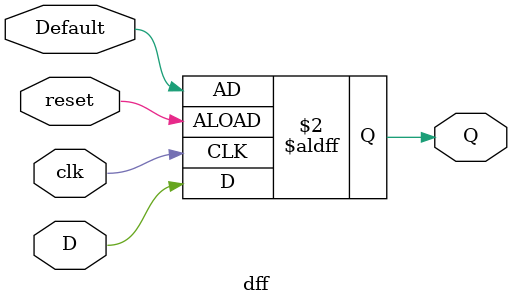
<source format=v>
module dff(
    input Default,
    input D,
    input clk,
    input reset,
    output reg Q
);

    //note: initial blocks work for synthesizers, but typically get ignored by FPGAs, so I omitted it
    //initial begin
    //    Q <= Default;
    //end

    always @(posedge clk or posedge reset) begin
        if (reset)
            Q <= Default;
        else
            Q <= D;
    end

endmodule
</source>
